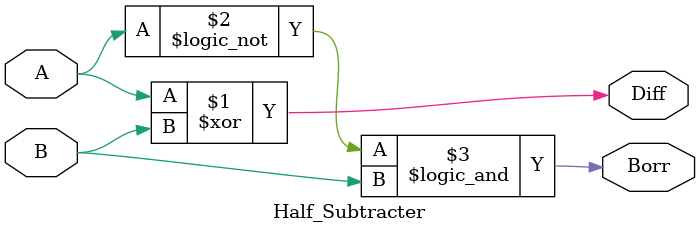
<source format=v>
module Half_Subtracter(A,B,Diff,Borr);
	input A,B;
	output Diff,Borr;
	assign Diff = A ^ B;
	assign Borr = ((!A) && B);
endmodule

</source>
